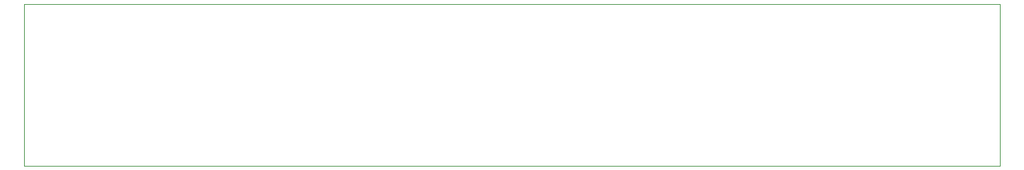
<source format=gbr>
%FSLAX34Y34*%
%MOMM*%
%LNOUTLINE*%
G71*
G01*
%ADD10C,0.002*%
%LPD*%
G54D10*
X-165100Y130050D02*
X1034900Y130050D01*
X1034900Y-69950D01*
X-165100Y-69950D01*
X-165100Y130050D01*
M02*

</source>
